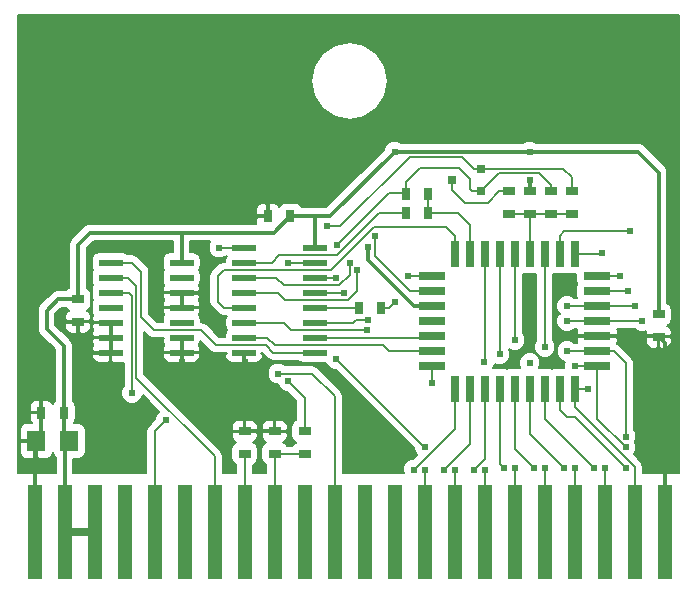
<source format=gtl>
G04 #@! TF.FileFunction,Copper,L1,Top,Signal*
%FSLAX46Y46*%
G04 Gerber Fmt 4.6, Leading zero omitted, Abs format (unit mm)*
G04 Created by KiCad (PCBNEW 4.0.7-e2-6376~58~ubuntu16.04.1) date Wed Mar 28 10:52:48 2018*
%MOMM*%
%LPD*%
G01*
G04 APERTURE LIST*
%ADD10C,0.203200*%
%ADD11R,1.000000X0.800000*%
%ADD12R,0.800000X1.000000*%
%ADD13R,0.800000X0.800000*%
%ADD14R,2.286000X0.762000*%
%ADD15R,0.762000X2.286000*%
%ADD16R,2.000000X0.500000*%
%ADD17R,1.600000X1.800000*%
%ADD18R,1.270000X8.001000*%
%ADD19C,0.609600*%
%ADD20C,0.304800*%
%ADD21C,0.635000*%
%ADD22C,0.177800*%
G04 APERTURE END LIST*
D10*
D11*
X137160000Y-132730200D03*
X137160000Y-134630200D03*
X134620000Y-132730200D03*
X134620000Y-134630200D03*
X139700000Y-134630200D03*
X139700000Y-132730200D03*
X156972000Y-112410200D03*
X156972000Y-114310200D03*
X158750000Y-114310200D03*
X158750000Y-112410200D03*
X162306000Y-114310200D03*
X162306000Y-112410200D03*
X160528000Y-114310200D03*
X160528000Y-112410200D03*
D12*
X150175000Y-114249200D03*
X148275000Y-114249200D03*
X150175000Y-112598200D03*
X148275000Y-112598200D03*
X117414000Y-131140200D03*
X119314000Y-131140200D03*
X136591000Y-114503200D03*
X138491000Y-114503200D03*
D11*
X169672000Y-124724200D03*
X169672000Y-122824200D03*
X120523000Y-123454200D03*
X120523000Y-121554200D03*
D13*
X154632000Y-112405200D03*
X154632000Y-110505200D03*
X152200000Y-111455200D03*
D14*
X150495000Y-123393200D03*
X150495000Y-124663200D03*
X150495000Y-125933200D03*
X150495000Y-127203200D03*
D15*
X152400000Y-129108200D03*
X153670000Y-129108200D03*
X154940000Y-129108200D03*
X156210000Y-129108200D03*
X157480000Y-129108200D03*
X158750000Y-129108200D03*
X160020000Y-129108200D03*
X161290000Y-129108200D03*
X162560000Y-129108200D03*
D14*
X164465000Y-127203200D03*
X164465000Y-125933200D03*
X164465000Y-124663200D03*
X164465000Y-123393200D03*
X164465000Y-122123200D03*
X164465000Y-120853200D03*
X164465000Y-119583200D03*
D15*
X162560000Y-117678200D03*
X161290000Y-117678200D03*
X160020000Y-117678200D03*
X158750000Y-117678200D03*
X157480000Y-117678200D03*
X156210000Y-117678200D03*
X154940000Y-117678200D03*
X153670000Y-117678200D03*
X152400000Y-117678200D03*
D14*
X150495000Y-119583200D03*
X150495000Y-120853200D03*
X150495000Y-122123200D03*
D16*
X134589000Y-117170200D03*
X134589000Y-118440200D03*
X134589000Y-119710200D03*
X134589000Y-120980200D03*
X134589000Y-122250200D03*
X134589000Y-123520200D03*
X134589000Y-124790200D03*
X134589000Y-126060200D03*
X140589000Y-126060200D03*
X140589000Y-124790200D03*
X140589000Y-123520200D03*
X140589000Y-122250200D03*
X140589000Y-120980200D03*
X140589000Y-119710200D03*
X140589000Y-118440200D03*
X140589000Y-117170200D03*
X123286000Y-118440200D03*
X123286000Y-119710200D03*
X123286000Y-120980200D03*
X123286000Y-122250200D03*
X123286000Y-123520200D03*
X123286000Y-124790200D03*
X123286000Y-126060200D03*
X129286000Y-126060200D03*
X129286000Y-124790200D03*
X129286000Y-123520200D03*
X129286000Y-122250200D03*
X129286000Y-120980200D03*
X129286000Y-119710200D03*
X129286000Y-118440200D03*
D17*
X119767000Y-133553200D03*
X116967000Y-133553200D03*
D18*
X116840000Y-141224000D03*
X119380000Y-141224000D03*
X121920000Y-141224000D03*
X124460000Y-141224000D03*
X127000000Y-141224000D03*
X129540000Y-141224000D03*
X132080000Y-141224000D03*
X134620000Y-141224000D03*
X137160000Y-141224000D03*
X139700000Y-141224000D03*
X142240000Y-141224000D03*
X144780000Y-141224000D03*
X147320000Y-141224000D03*
X149860000Y-141224000D03*
X152400000Y-141224000D03*
X154940000Y-141224000D03*
X157480000Y-141224000D03*
X160020000Y-141224000D03*
X162560000Y-141224000D03*
X165100000Y-141224000D03*
X167640000Y-141224000D03*
X170180000Y-141224000D03*
D12*
X146177000Y-122250200D03*
X144277000Y-122250200D03*
D19*
X158750000Y-126949200D03*
X117729000Y-135585200D03*
X115951000Y-135585200D03*
X118364000Y-129870200D03*
X117475000Y-129870200D03*
X120650000Y-129870200D03*
X118364000Y-128854200D03*
X117475000Y-128854200D03*
X120650000Y-128854200D03*
X118364000Y-127838200D03*
X117475000Y-127838200D03*
X120650000Y-127838200D03*
X115951000Y-129870200D03*
X115951000Y-128854200D03*
X115951000Y-127838200D03*
X116840000Y-135585200D03*
X170180000Y-133045200D03*
X170180000Y-134061200D03*
X135305800Y-114503200D03*
X170180000Y-135077200D03*
X118999000Y-123520200D03*
X130937000Y-120980200D03*
X134620000Y-126822200D03*
X129286000Y-126822200D03*
X135890000Y-132730200D03*
X145084800Y-117094000D03*
X147320000Y-109042200D03*
X158750000Y-109042200D03*
X158750000Y-111455200D03*
X145669000Y-116230400D03*
X127965200Y-131775200D03*
X142417800Y-116992400D03*
X137490200Y-127838200D03*
X142392400Y-126619000D03*
X149860000Y-134061200D03*
X142392400Y-119710200D03*
X164846000Y-117652800D03*
X149860000Y-135966200D03*
X152400000Y-135966200D03*
X166446200Y-119583200D03*
X167055800Y-120878600D03*
X154940000Y-135966200D03*
X143002000Y-120980200D03*
X161925000Y-122123200D03*
X167640000Y-122123200D03*
X157480000Y-135839200D03*
X145034000Y-123266200D03*
X161925000Y-123393200D03*
X168275000Y-123393200D03*
X160020000Y-135839200D03*
X161950400Y-125933200D03*
X145008600Y-124129800D03*
X166878000Y-133172200D03*
X162560000Y-135839200D03*
X144145000Y-119075200D03*
X162560000Y-127203200D03*
X166878000Y-134061200D03*
X165100000Y-135839200D03*
X143510000Y-118440200D03*
X163677600Y-129108200D03*
X132486400Y-117170200D03*
X125095000Y-129489200D03*
X150495000Y-128600200D03*
X157480000Y-125018800D03*
X160020000Y-125628400D03*
X156210000Y-126212600D03*
X154914600Y-126873000D03*
X148971000Y-135966200D03*
X151511000Y-135966200D03*
X154051000Y-135966200D03*
X156591000Y-135839200D03*
X159131000Y-135839200D03*
X161671000Y-135839200D03*
X164211000Y-135839200D03*
X166878000Y-135839200D03*
X167259000Y-115773200D03*
X141579600Y-115366800D03*
X138303000Y-128473200D03*
X138303000Y-118440200D03*
X148463000Y-119583200D03*
X147320000Y-121742200D03*
D20*
X116840000Y-135585200D02*
X115951000Y-135585200D01*
X117475000Y-129870200D02*
X115951000Y-129870200D01*
X117475000Y-128854200D02*
X115951000Y-128854200D01*
X117475000Y-127838200D02*
X115951000Y-127838200D01*
X117475000Y-127838200D02*
X117475000Y-128854200D01*
X117475000Y-128854200D02*
X117475000Y-129870200D01*
X117414000Y-129931200D02*
X117475000Y-129870200D01*
X117414000Y-129931200D02*
X117414000Y-131140200D01*
X136591000Y-114503200D02*
X135305800Y-114503200D01*
X170180000Y-141224000D02*
X170180000Y-135077200D01*
X170180000Y-135077200D02*
X170180000Y-134061200D01*
X170180000Y-134061200D02*
X170180000Y-133045200D01*
X170180000Y-133045200D02*
X170180000Y-125232200D01*
X170180000Y-125232200D02*
X169672000Y-124724200D01*
X164465000Y-124663200D02*
X169611000Y-124663200D01*
X169611000Y-124663200D02*
X169672000Y-124724200D01*
X120523000Y-123454200D02*
X119065000Y-123454200D01*
X119065000Y-123454200D02*
X118999000Y-123520200D01*
X123286000Y-126060200D02*
X120904000Y-126060200D01*
X120523000Y-125679200D02*
X120523000Y-123454200D01*
X120904000Y-126060200D02*
X120523000Y-125679200D01*
X129286000Y-120980200D02*
X130937000Y-120980200D01*
X129286000Y-120980200D02*
X129286000Y-122250200D01*
X134589000Y-126060200D02*
X134589000Y-126791200D01*
X134589000Y-126791200D02*
X134620000Y-126822200D01*
X129286000Y-126060200D02*
X129286000Y-126822200D01*
X129286000Y-124790200D02*
X129286000Y-126060200D01*
X137160000Y-132730200D02*
X135890000Y-132730200D01*
X135890000Y-132730200D02*
X134620000Y-132730200D01*
X123220000Y-123454200D02*
X123286000Y-123520200D01*
X123286000Y-123520200D02*
X123286000Y-126060200D01*
X117414000Y-131140200D02*
X117414000Y-133106200D01*
X117414000Y-133106200D02*
X116967000Y-133553200D01*
X116840000Y-141224000D02*
X116840000Y-135585200D01*
X116840000Y-135585200D02*
X116840000Y-133680200D01*
X116840000Y-133680200D02*
X116967000Y-133553200D01*
X150495000Y-122123200D02*
X148945600Y-122123200D01*
X145084800Y-118262400D02*
X145084800Y-117094000D01*
X148945600Y-122123200D02*
X145084800Y-118262400D01*
X169672000Y-122824200D02*
X169672000Y-110820200D01*
X167894000Y-109042200D02*
X165735000Y-109042200D01*
X169672000Y-110820200D02*
X167894000Y-109042200D01*
X158750000Y-112410200D02*
X158750000Y-111455200D01*
X140589000Y-117170200D02*
X140589000Y-114503200D01*
X138491000Y-114503200D02*
X140589000Y-114503200D01*
X140589000Y-114503200D02*
X141833600Y-114503200D01*
X141833600Y-114503200D02*
X141859000Y-114503200D01*
X141859000Y-114503200D02*
X147320000Y-109042200D01*
X147320000Y-109042200D02*
X148463000Y-109042200D01*
X148463000Y-109042200D02*
X158750000Y-109042200D01*
X137094000Y-115900200D02*
X138491000Y-114503200D01*
X129286000Y-118440200D02*
X129286000Y-115900200D01*
X158750000Y-109042200D02*
X165735000Y-109042200D01*
X138491000Y-114503200D02*
X138491000Y-114403200D01*
X120523000Y-121554200D02*
X120523000Y-116916200D01*
X121539000Y-115900200D02*
X129286000Y-115900200D01*
X129286000Y-115900200D02*
X137094000Y-115900200D01*
X120523000Y-116916200D02*
X121539000Y-115900200D01*
X119314000Y-131140200D02*
X119314000Y-125486200D01*
X118806000Y-121554200D02*
X120523000Y-121554200D01*
X117856000Y-122504200D02*
X118806000Y-121554200D01*
X117856000Y-124028200D02*
X117856000Y-122504200D01*
X119314000Y-125486200D02*
X117856000Y-124028200D01*
D21*
X121920000Y-141224000D02*
X119380000Y-141224000D01*
D20*
X119314000Y-131140200D02*
X119314000Y-133100200D01*
X119314000Y-133100200D02*
X119767000Y-133553200D01*
X119380000Y-141224000D02*
X119380000Y-133940200D01*
X119380000Y-133940200D02*
X119767000Y-133553200D01*
D22*
X150495000Y-120853200D02*
X148640800Y-120853200D01*
X148640800Y-120853200D02*
X145669000Y-117881400D01*
X145669000Y-117881400D02*
X145669000Y-116230400D01*
X127000000Y-132740400D02*
X127000000Y-141224000D01*
X127965200Y-131775200D02*
X127000000Y-132740400D01*
X132080000Y-141224000D02*
X132080000Y-134823200D01*
X124714000Y-119710200D02*
X123286000Y-119710200D01*
X125450602Y-120446802D02*
X124714000Y-119710200D01*
X125450602Y-128193802D02*
X125450602Y-120446802D01*
X132080000Y-134823200D02*
X125450602Y-128193802D01*
X139700000Y-134630200D02*
X137160000Y-134630200D01*
X137160000Y-141224000D02*
X137160000Y-134630200D01*
X142417800Y-116992400D02*
X145694400Y-113715800D01*
X146862800Y-112547400D02*
X148224200Y-112547400D01*
X146380200Y-113030000D02*
X146862800Y-112547400D01*
X145694400Y-113715800D02*
X146380200Y-113030000D01*
X148224200Y-112547400D02*
X148275000Y-112598200D01*
X148275000Y-112760800D02*
X148275000Y-112598200D01*
X142240000Y-129743200D02*
X142240000Y-141224000D01*
X140335000Y-127838200D02*
X142240000Y-129743200D01*
X137490200Y-127838200D02*
X140335000Y-127838200D01*
X160528000Y-112410200D02*
X160528000Y-111876802D01*
X155829000Y-111201200D02*
X155829000Y-111208200D01*
X156169398Y-110860802D02*
X155829000Y-111201200D01*
X159512000Y-110860802D02*
X156169398Y-110860802D01*
X160528000Y-111876802D02*
X159512000Y-110860802D01*
X148275000Y-112598200D02*
X148275000Y-111643200D01*
X152781000Y-110439200D02*
X153162000Y-110820200D01*
X149479000Y-110439200D02*
X152781000Y-110439200D01*
X148275000Y-111643200D02*
X149479000Y-110439200D01*
X154632000Y-112405200D02*
X153858000Y-112405200D01*
X153670000Y-111328200D02*
X153162000Y-110820200D01*
X153162000Y-110820200D02*
X153035000Y-110693200D01*
X153670000Y-112217200D02*
X153670000Y-111328200D01*
X153858000Y-112405200D02*
X153670000Y-112217200D01*
X154632000Y-112163200D02*
X154632000Y-112405200D01*
X154632000Y-112405200D02*
X154620000Y-112405200D01*
X155829000Y-111208200D02*
X154632000Y-112405200D01*
X149834600Y-134061200D02*
X149860000Y-134061200D01*
X149834600Y-134061200D02*
X142392400Y-126619000D01*
X140589000Y-119710200D02*
X142392400Y-119710200D01*
X149860000Y-141224000D02*
X149860000Y-135966200D01*
X164820600Y-117678200D02*
X162560000Y-117678200D01*
X164846000Y-117652800D02*
X164820600Y-117678200D01*
X152400000Y-141224000D02*
X152400000Y-135966200D01*
X166446200Y-119583200D02*
X164465000Y-119583200D01*
X167030400Y-120853200D02*
X164465000Y-120853200D01*
X167055800Y-120878600D02*
X167030400Y-120853200D01*
X154940000Y-141224000D02*
X154940000Y-135966200D01*
X143002000Y-120980200D02*
X140589000Y-120980200D01*
X164465000Y-122123200D02*
X161925000Y-122123200D01*
X167640000Y-122123200D02*
X164465000Y-122123200D01*
X157480000Y-141224000D02*
X157480000Y-135839200D01*
X145034000Y-123266200D02*
X144068800Y-123266200D01*
X143814800Y-123520200D02*
X142773400Y-123520200D01*
X144068800Y-123266200D02*
X143814800Y-123520200D01*
X164465000Y-123393200D02*
X161925000Y-123393200D01*
X140589000Y-123520200D02*
X142773400Y-123520200D01*
X166243000Y-123393200D02*
X168275000Y-123393200D01*
X160020000Y-141224000D02*
X160020000Y-135839200D01*
X166243000Y-123393200D02*
X164465000Y-123393200D01*
X164465000Y-125933200D02*
X161950400Y-125933200D01*
X144983200Y-124155200D02*
X143179800Y-124155200D01*
X145008600Y-124129800D02*
X144983200Y-124155200D01*
X134589000Y-123520200D02*
X137922000Y-123520200D01*
X137922000Y-123520200D02*
X138557000Y-124155200D01*
X138557000Y-124155200D02*
X143179800Y-124155200D01*
X162560000Y-141224000D02*
X162560000Y-135839200D01*
X165862000Y-125933200D02*
X164465000Y-125933200D01*
X166878000Y-126949200D02*
X165862000Y-125933200D01*
X166878000Y-133172200D02*
X166878000Y-126949200D01*
X143383000Y-121615200D02*
X144145000Y-120853200D01*
X144145000Y-120853200D02*
X144145000Y-119075200D01*
X142748000Y-121615200D02*
X143078200Y-121615200D01*
X138049000Y-121615200D02*
X142748000Y-121615200D01*
X142748000Y-121615200D02*
X143383000Y-121615200D01*
X164465000Y-127203200D02*
X162560000Y-127203200D01*
X134589000Y-120980200D02*
X137414000Y-120980200D01*
X137414000Y-120980200D02*
X138049000Y-121615200D01*
X165100000Y-141224000D02*
X165100000Y-135839200D01*
X164465000Y-131648200D02*
X164465000Y-127203200D01*
X166878000Y-134061200D02*
X164465000Y-131648200D01*
X143510000Y-119456200D02*
X143510000Y-118440200D01*
X142621000Y-120345200D02*
X143510000Y-119456200D01*
X141732000Y-120345200D02*
X142621000Y-120345200D01*
X162560000Y-129108200D02*
X163677600Y-129108200D01*
X137922000Y-120345200D02*
X141732000Y-120345200D01*
X137287000Y-119710200D02*
X137922000Y-120345200D01*
X134589000Y-119710200D02*
X137287000Y-119710200D01*
X162560000Y-129108200D02*
X162560000Y-130632200D01*
X167640000Y-135712200D02*
X167640000Y-141224000D01*
X162560000Y-130632200D02*
X167640000Y-135712200D01*
X134589000Y-117170200D02*
X132486400Y-117170200D01*
X124841000Y-120980200D02*
X123286000Y-120980200D01*
X125095000Y-121234200D02*
X124841000Y-120980200D01*
X125095000Y-123266200D02*
X125095000Y-121234200D01*
X125095000Y-129489200D02*
X125095000Y-123266200D01*
X150495000Y-128600200D02*
X150495000Y-127203200D01*
X157480000Y-125018800D02*
X157480000Y-117678200D01*
X160020000Y-125628400D02*
X160020000Y-117678200D01*
X156210000Y-126212600D02*
X156210000Y-124180600D01*
X156210000Y-124180600D02*
X156210000Y-117678200D01*
X154940000Y-124256800D02*
X154940000Y-126847600D01*
X154940000Y-126847600D02*
X154914600Y-126873000D01*
X154940000Y-124256800D02*
X154940000Y-117678200D01*
X152400000Y-132537200D02*
X152400000Y-129108200D01*
X148971000Y-135966200D02*
X152400000Y-132537200D01*
X153670000Y-133807200D02*
X153670000Y-129108200D01*
X151511000Y-135966200D02*
X153670000Y-133807200D01*
X154940000Y-135077200D02*
X154940000Y-129108200D01*
X154051000Y-135966200D02*
X154940000Y-135077200D01*
X156210000Y-135458200D02*
X156210000Y-129108200D01*
X156591000Y-135839200D02*
X156210000Y-135458200D01*
X157480000Y-134188200D02*
X157480000Y-129108200D01*
X159131000Y-135839200D02*
X157480000Y-134188200D01*
X158750000Y-129108200D02*
X158750000Y-132918200D01*
X158750000Y-132918200D02*
X161671000Y-135839200D01*
X160020000Y-131648200D02*
X160020000Y-129108200D01*
X164211000Y-135839200D02*
X160020000Y-131648200D01*
X166878000Y-135839200D02*
X162560000Y-131521200D01*
X161290000Y-130886200D02*
X161290000Y-130378200D01*
X161925000Y-131521200D02*
X161290000Y-130886200D01*
X162560000Y-131521200D02*
X161925000Y-131521200D01*
X161290000Y-129108200D02*
X161290000Y-130378200D01*
X161290000Y-117678200D02*
X161290000Y-116154200D01*
X161671000Y-115773200D02*
X167259000Y-115773200D01*
X161290000Y-116154200D02*
X161671000Y-115773200D01*
X134620000Y-141224000D02*
X134620000Y-134630200D01*
X141579600Y-115366800D02*
X142722600Y-115366800D01*
X142722600Y-115366800D02*
X148615400Y-109474000D01*
X148615400Y-109474000D02*
X153023000Y-109474000D01*
X153023000Y-109474000D02*
X154054200Y-110505200D01*
X154054200Y-110505200D02*
X154632000Y-110505200D01*
X154632000Y-110505200D02*
X161610000Y-110505200D01*
X162306000Y-111201200D02*
X162306000Y-112410200D01*
X161610000Y-110505200D02*
X162306000Y-111201200D01*
X150175000Y-112598200D02*
X150175000Y-114249200D01*
X153670000Y-117678200D02*
X153670000Y-115265200D01*
X152654000Y-114249200D02*
X150175000Y-114249200D01*
X153670000Y-115265200D02*
X152654000Y-114249200D01*
X148275000Y-114249200D02*
X146024600Y-114249200D01*
X142468600Y-117805200D02*
X141681200Y-117805200D01*
X146024600Y-114249200D02*
X142468600Y-117805200D01*
X134589000Y-118440200D02*
X136906000Y-118440200D01*
X137541000Y-117805200D02*
X141681200Y-117805200D01*
X136906000Y-118440200D02*
X137541000Y-117805200D01*
X162306000Y-114310200D02*
X160528000Y-114310200D01*
X160528000Y-114310200D02*
X158750000Y-114310200D01*
X158750000Y-117678200D02*
X158750000Y-114310200D01*
X158750000Y-114310200D02*
X156972000Y-114310200D01*
X139700000Y-132730200D02*
X139700000Y-129870200D01*
X139700000Y-129870200D02*
X138303000Y-128473200D01*
X140589000Y-118440200D02*
X138303000Y-118440200D01*
X139639000Y-132730200D02*
X139700000Y-132730200D01*
X152400000Y-117678200D02*
X152400000Y-116154200D01*
X141935200Y-119075200D02*
X140665200Y-119075200D01*
X145592800Y-115417600D02*
X141935200Y-119075200D01*
X151663400Y-115417600D02*
X145592800Y-115417600D01*
X152400000Y-116154200D02*
X151663400Y-115417600D01*
X132842000Y-122250200D02*
X134589000Y-122250200D01*
X132334000Y-121742200D02*
X132842000Y-122250200D01*
X132334000Y-119583200D02*
X132334000Y-121742200D01*
X132842000Y-119075200D02*
X132334000Y-119583200D01*
X140665200Y-119075200D02*
X132842000Y-119075200D01*
X134589000Y-124790200D02*
X136525000Y-124790200D01*
X146812000Y-125933200D02*
X150495000Y-125933200D01*
X146304000Y-125425200D02*
X146812000Y-125933200D01*
X137160000Y-125425200D02*
X146304000Y-125425200D01*
X136525000Y-124790200D02*
X137160000Y-125425200D01*
X140589000Y-124790200D02*
X150368000Y-124790200D01*
X150368000Y-124790200D02*
X150495000Y-124663200D01*
X156972000Y-112410200D02*
X156144000Y-112410200D01*
X152200000Y-112271200D02*
X152200000Y-111455200D01*
X153289000Y-113360200D02*
X152200000Y-112271200D01*
X155194000Y-113360200D02*
X153289000Y-113360200D01*
X156144000Y-112410200D02*
X155194000Y-113360200D01*
X140589000Y-126060200D02*
X137033000Y-126060200D01*
X125095000Y-118440200D02*
X123286000Y-118440200D01*
X125857000Y-119202200D02*
X125095000Y-118440200D01*
X125857000Y-123062996D02*
X125857000Y-119202200D01*
X126949204Y-124155200D02*
X125857000Y-123062996D01*
X130937000Y-124155200D02*
X126949204Y-124155200D01*
X132207000Y-125425200D02*
X130937000Y-124155200D01*
X136398000Y-125425200D02*
X132207000Y-125425200D01*
X137033000Y-126060200D02*
X136398000Y-125425200D01*
X148463000Y-119583200D02*
X150495000Y-119583200D01*
X146177000Y-122250200D02*
X146812000Y-122250200D01*
X146812000Y-122250200D02*
X147320000Y-121742200D01*
X140589000Y-122250200D02*
X144277000Y-122250200D01*
G36*
X171361100Y-136258300D02*
X168325800Y-136258300D01*
X168325800Y-135712200D01*
X168298859Y-135576756D01*
X168273597Y-135449755D01*
X168124934Y-135227266D01*
X167556068Y-134658400D01*
X167641978Y-134572639D01*
X167779543Y-134241346D01*
X167779856Y-133882628D01*
X167669876Y-133616454D01*
X167779543Y-133352346D01*
X167779856Y-132993628D01*
X167642870Y-132662095D01*
X167563800Y-132582887D01*
X167563800Y-126949200D01*
X167550323Y-126881445D01*
X167511597Y-126686755D01*
X167362934Y-126464266D01*
X166346934Y-125448266D01*
X166175480Y-125333704D01*
X166174972Y-125331002D01*
X166150826Y-125293478D01*
X166204900Y-125162931D01*
X166204900Y-124936925D01*
X168575100Y-124936925D01*
X168575100Y-125242931D01*
X168665973Y-125462317D01*
X168833883Y-125630228D01*
X169053269Y-125721100D01*
X169459275Y-125721100D01*
X169608500Y-125571875D01*
X169608500Y-124787700D01*
X169735500Y-124787700D01*
X169735500Y-125571875D01*
X169884725Y-125721100D01*
X170290731Y-125721100D01*
X170510117Y-125630228D01*
X170678027Y-125462317D01*
X170768900Y-125242931D01*
X170768900Y-124936925D01*
X170619675Y-124787700D01*
X169735500Y-124787700D01*
X169608500Y-124787700D01*
X168724325Y-124787700D01*
X168575100Y-124936925D01*
X166204900Y-124936925D01*
X166204900Y-124875925D01*
X166055675Y-124726700D01*
X164528500Y-124726700D01*
X164528500Y-124746700D01*
X164401500Y-124746700D01*
X164401500Y-124726700D01*
X162874325Y-124726700D01*
X162725100Y-124875925D01*
X162725100Y-125162931D01*
X162760088Y-125247400D01*
X162539881Y-125247400D01*
X162461839Y-125169222D01*
X162130546Y-125031657D01*
X161771828Y-125031344D01*
X161440295Y-125168330D01*
X161186422Y-125421761D01*
X161048857Y-125753054D01*
X161048544Y-126111772D01*
X161185530Y-126443305D01*
X161438961Y-126697178D01*
X161741592Y-126822842D01*
X161658457Y-127023054D01*
X161658166Y-127356607D01*
X160909000Y-127356607D01*
X160687802Y-127398228D01*
X160657270Y-127417875D01*
X160637777Y-127404556D01*
X160401000Y-127356607D01*
X159639000Y-127356607D01*
X159550241Y-127373308D01*
X159651543Y-127129346D01*
X159651856Y-126770628D01*
X159514870Y-126439095D01*
X159261439Y-126185222D01*
X158930146Y-126047657D01*
X158571428Y-126047344D01*
X158239895Y-126184330D01*
X157986022Y-126437761D01*
X157848457Y-126769054D01*
X157848144Y-127127772D01*
X157950156Y-127374662D01*
X157861000Y-127356607D01*
X157099000Y-127356607D01*
X156877802Y-127398228D01*
X156847270Y-127417875D01*
X156827777Y-127404556D01*
X156591000Y-127356607D01*
X155829000Y-127356607D01*
X155677996Y-127385020D01*
X155678578Y-127384439D01*
X155816143Y-127053146D01*
X155816167Y-127025412D01*
X156029854Y-127114143D01*
X156388572Y-127114456D01*
X156720105Y-126977470D01*
X156973978Y-126724039D01*
X157111543Y-126392746D01*
X157111856Y-126034028D01*
X157016219Y-125802567D01*
X157299854Y-125920343D01*
X157658572Y-125920656D01*
X157990105Y-125783670D01*
X158243978Y-125530239D01*
X158381543Y-125198946D01*
X158381856Y-124840228D01*
X158244870Y-124508695D01*
X158165800Y-124429487D01*
X158165800Y-119388644D01*
X158369000Y-119429793D01*
X159131000Y-119429793D01*
X159334200Y-119391559D01*
X159334200Y-125038919D01*
X159256022Y-125116961D01*
X159118457Y-125448254D01*
X159118144Y-125806972D01*
X159255130Y-126138505D01*
X159508561Y-126392378D01*
X159839854Y-126529943D01*
X160198572Y-126530256D01*
X160530105Y-126393270D01*
X160783978Y-126139839D01*
X160921543Y-125808546D01*
X160921856Y-125449828D01*
X160784870Y-125118295D01*
X160705800Y-125039087D01*
X160705800Y-119388644D01*
X160909000Y-119429793D01*
X161671000Y-119429793D01*
X161892198Y-119388172D01*
X161922730Y-119368525D01*
X161942223Y-119381844D01*
X162179000Y-119429793D01*
X162713407Y-119429793D01*
X162713407Y-119964200D01*
X162755028Y-120185398D01*
X162774675Y-120215930D01*
X162761356Y-120235423D01*
X162713407Y-120472200D01*
X162713407Y-121234200D01*
X162751641Y-121437400D01*
X162514481Y-121437400D01*
X162436439Y-121359222D01*
X162105146Y-121221657D01*
X161746428Y-121221344D01*
X161414895Y-121358330D01*
X161161022Y-121611761D01*
X161023457Y-121943054D01*
X161023144Y-122301772D01*
X161160130Y-122633305D01*
X161284803Y-122758195D01*
X161161022Y-122881761D01*
X161023457Y-123213054D01*
X161023144Y-123571772D01*
X161160130Y-123903305D01*
X161413561Y-124157178D01*
X161744854Y-124294743D01*
X162103572Y-124295056D01*
X162435105Y-124158070D01*
X162514313Y-124079000D01*
X162760088Y-124079000D01*
X162725100Y-124163469D01*
X162725100Y-124450475D01*
X162874325Y-124599700D01*
X164401500Y-124599700D01*
X164401500Y-124579700D01*
X164528500Y-124579700D01*
X164528500Y-124599700D01*
X166055675Y-124599700D01*
X166204900Y-124450475D01*
X166204900Y-124163469D01*
X166169912Y-124079000D01*
X167685519Y-124079000D01*
X167763561Y-124157178D01*
X168094854Y-124294743D01*
X168453572Y-124295056D01*
X168575100Y-124244842D01*
X168575100Y-124511475D01*
X168724325Y-124660700D01*
X169608500Y-124660700D01*
X169608500Y-124640700D01*
X169735500Y-124640700D01*
X169735500Y-124660700D01*
X170619675Y-124660700D01*
X170768900Y-124511475D01*
X170768900Y-124205469D01*
X170678027Y-123986083D01*
X170510117Y-123818172D01*
X170413458Y-123778135D01*
X170596354Y-123660444D01*
X170732644Y-123460977D01*
X170780593Y-123224200D01*
X170780593Y-122424200D01*
X170738972Y-122203002D01*
X170608244Y-121999846D01*
X170421300Y-121872113D01*
X170421300Y-110820200D01*
X170364263Y-110533455D01*
X170201835Y-110290365D01*
X168423835Y-108512365D01*
X168180745Y-108349937D01*
X167894000Y-108292900D01*
X159276091Y-108292900D01*
X159261439Y-108278222D01*
X158930146Y-108140657D01*
X158571428Y-108140344D01*
X158239895Y-108277330D01*
X158224298Y-108292900D01*
X147846091Y-108292900D01*
X147831439Y-108278222D01*
X147500146Y-108140657D01*
X147141428Y-108140344D01*
X146809895Y-108277330D01*
X146556022Y-108530761D01*
X146418457Y-108862054D01*
X146418438Y-108884092D01*
X141548630Y-113753900D01*
X139439889Y-113753900D01*
X139327244Y-113578846D01*
X139127777Y-113442556D01*
X138891000Y-113394607D01*
X138091000Y-113394607D01*
X137869802Y-113436228D01*
X137666646Y-113566956D01*
X137535740Y-113758543D01*
X137497028Y-113665083D01*
X137329117Y-113497173D01*
X137109731Y-113406300D01*
X136803725Y-113406300D01*
X136654500Y-113555525D01*
X136654500Y-114439700D01*
X136674500Y-114439700D01*
X136674500Y-114566700D01*
X136654500Y-114566700D01*
X136654500Y-114586700D01*
X136527500Y-114586700D01*
X136527500Y-114566700D01*
X135743325Y-114566700D01*
X135594100Y-114715925D01*
X135594100Y-115121931D01*
X135606099Y-115150900D01*
X121539000Y-115150900D01*
X121252255Y-115207937D01*
X121009165Y-115370365D01*
X119993165Y-116386365D01*
X119830737Y-116629455D01*
X119773700Y-116916200D01*
X119773700Y-120605311D01*
X119598646Y-120717956D01*
X119539240Y-120804900D01*
X118806000Y-120804900D01*
X118519255Y-120861937D01*
X118340163Y-120981603D01*
X118276165Y-121024365D01*
X117326165Y-121974365D01*
X117163737Y-122217455D01*
X117106700Y-122504200D01*
X117106700Y-124028200D01*
X117163737Y-124314945D01*
X117326165Y-124558035D01*
X118564700Y-125796570D01*
X118564700Y-130155660D01*
X118489646Y-130203956D01*
X118358740Y-130395543D01*
X118320028Y-130302083D01*
X118152117Y-130134173D01*
X117932731Y-130043300D01*
X117626725Y-130043300D01*
X117477500Y-130192525D01*
X117477500Y-131076700D01*
X117497500Y-131076700D01*
X117497500Y-131203700D01*
X117477500Y-131203700D01*
X117477500Y-131223700D01*
X117350500Y-131223700D01*
X117350500Y-131203700D01*
X116566325Y-131203700D01*
X116417100Y-131352925D01*
X116417100Y-131758931D01*
X116507972Y-131978317D01*
X116585955Y-132056300D01*
X116048269Y-132056300D01*
X115828883Y-132147173D01*
X115660972Y-132315083D01*
X115570100Y-132534469D01*
X115570100Y-133340475D01*
X115719325Y-133489700D01*
X116903500Y-133489700D01*
X116903500Y-133469700D01*
X117030500Y-133469700D01*
X117030500Y-133489700D01*
X117050500Y-133489700D01*
X117050500Y-133616700D01*
X117030500Y-133616700D01*
X117030500Y-134900875D01*
X117179725Y-135050100D01*
X117885731Y-135050100D01*
X118105117Y-134959227D01*
X118273028Y-134791317D01*
X118363900Y-134571931D01*
X118363900Y-134482393D01*
X118400028Y-134674398D01*
X118530756Y-134877554D01*
X118630700Y-134945843D01*
X118630700Y-136258300D01*
X115404900Y-136258300D01*
X115404900Y-133765925D01*
X115570100Y-133765925D01*
X115570100Y-134571931D01*
X115660972Y-134791317D01*
X115828883Y-134959227D01*
X116048269Y-135050100D01*
X116754275Y-135050100D01*
X116903500Y-134900875D01*
X116903500Y-133616700D01*
X115719325Y-133616700D01*
X115570100Y-133765925D01*
X115404900Y-133765925D01*
X115404900Y-130521469D01*
X116417100Y-130521469D01*
X116417100Y-130927475D01*
X116566325Y-131076700D01*
X117350500Y-131076700D01*
X117350500Y-130192525D01*
X117201275Y-130043300D01*
X116895269Y-130043300D01*
X116675883Y-130134173D01*
X116507972Y-130302083D01*
X116417100Y-130521469D01*
X115404900Y-130521469D01*
X115404900Y-113884469D01*
X135594100Y-113884469D01*
X135594100Y-114290475D01*
X135743325Y-114439700D01*
X136527500Y-114439700D01*
X136527500Y-113555525D01*
X136378275Y-113406300D01*
X136072269Y-113406300D01*
X135852883Y-113497173D01*
X135684972Y-113665083D01*
X135594100Y-113884469D01*
X115404900Y-113884469D01*
X115404900Y-103073200D01*
X140246100Y-103073200D01*
X140494550Y-104322240D01*
X141202074Y-105381126D01*
X142260960Y-106088650D01*
X143510000Y-106337100D01*
X144759040Y-106088650D01*
X145817926Y-105381126D01*
X146525450Y-104322240D01*
X146773900Y-103073200D01*
X146525450Y-101824160D01*
X145817926Y-100765274D01*
X144759040Y-100057750D01*
X143510000Y-99809300D01*
X142260960Y-100057750D01*
X141202074Y-100765274D01*
X140494550Y-101824160D01*
X140246100Y-103073200D01*
X115404900Y-103073200D01*
X115404900Y-97497900D01*
X171361100Y-97497900D01*
X171361100Y-136258300D01*
X171361100Y-136258300D01*
G37*
X171361100Y-136258300D02*
X168325800Y-136258300D01*
X168325800Y-135712200D01*
X168298859Y-135576756D01*
X168273597Y-135449755D01*
X168124934Y-135227266D01*
X167556068Y-134658400D01*
X167641978Y-134572639D01*
X167779543Y-134241346D01*
X167779856Y-133882628D01*
X167669876Y-133616454D01*
X167779543Y-133352346D01*
X167779856Y-132993628D01*
X167642870Y-132662095D01*
X167563800Y-132582887D01*
X167563800Y-126949200D01*
X167550323Y-126881445D01*
X167511597Y-126686755D01*
X167362934Y-126464266D01*
X166346934Y-125448266D01*
X166175480Y-125333704D01*
X166174972Y-125331002D01*
X166150826Y-125293478D01*
X166204900Y-125162931D01*
X166204900Y-124936925D01*
X168575100Y-124936925D01*
X168575100Y-125242931D01*
X168665973Y-125462317D01*
X168833883Y-125630228D01*
X169053269Y-125721100D01*
X169459275Y-125721100D01*
X169608500Y-125571875D01*
X169608500Y-124787700D01*
X169735500Y-124787700D01*
X169735500Y-125571875D01*
X169884725Y-125721100D01*
X170290731Y-125721100D01*
X170510117Y-125630228D01*
X170678027Y-125462317D01*
X170768900Y-125242931D01*
X170768900Y-124936925D01*
X170619675Y-124787700D01*
X169735500Y-124787700D01*
X169608500Y-124787700D01*
X168724325Y-124787700D01*
X168575100Y-124936925D01*
X166204900Y-124936925D01*
X166204900Y-124875925D01*
X166055675Y-124726700D01*
X164528500Y-124726700D01*
X164528500Y-124746700D01*
X164401500Y-124746700D01*
X164401500Y-124726700D01*
X162874325Y-124726700D01*
X162725100Y-124875925D01*
X162725100Y-125162931D01*
X162760088Y-125247400D01*
X162539881Y-125247400D01*
X162461839Y-125169222D01*
X162130546Y-125031657D01*
X161771828Y-125031344D01*
X161440295Y-125168330D01*
X161186422Y-125421761D01*
X161048857Y-125753054D01*
X161048544Y-126111772D01*
X161185530Y-126443305D01*
X161438961Y-126697178D01*
X161741592Y-126822842D01*
X161658457Y-127023054D01*
X161658166Y-127356607D01*
X160909000Y-127356607D01*
X160687802Y-127398228D01*
X160657270Y-127417875D01*
X160637777Y-127404556D01*
X160401000Y-127356607D01*
X159639000Y-127356607D01*
X159550241Y-127373308D01*
X159651543Y-127129346D01*
X159651856Y-126770628D01*
X159514870Y-126439095D01*
X159261439Y-126185222D01*
X158930146Y-126047657D01*
X158571428Y-126047344D01*
X158239895Y-126184330D01*
X157986022Y-126437761D01*
X157848457Y-126769054D01*
X157848144Y-127127772D01*
X157950156Y-127374662D01*
X157861000Y-127356607D01*
X157099000Y-127356607D01*
X156877802Y-127398228D01*
X156847270Y-127417875D01*
X156827777Y-127404556D01*
X156591000Y-127356607D01*
X155829000Y-127356607D01*
X155677996Y-127385020D01*
X155678578Y-127384439D01*
X155816143Y-127053146D01*
X155816167Y-127025412D01*
X156029854Y-127114143D01*
X156388572Y-127114456D01*
X156720105Y-126977470D01*
X156973978Y-126724039D01*
X157111543Y-126392746D01*
X157111856Y-126034028D01*
X157016219Y-125802567D01*
X157299854Y-125920343D01*
X157658572Y-125920656D01*
X157990105Y-125783670D01*
X158243978Y-125530239D01*
X158381543Y-125198946D01*
X158381856Y-124840228D01*
X158244870Y-124508695D01*
X158165800Y-124429487D01*
X158165800Y-119388644D01*
X158369000Y-119429793D01*
X159131000Y-119429793D01*
X159334200Y-119391559D01*
X159334200Y-125038919D01*
X159256022Y-125116961D01*
X159118457Y-125448254D01*
X159118144Y-125806972D01*
X159255130Y-126138505D01*
X159508561Y-126392378D01*
X159839854Y-126529943D01*
X160198572Y-126530256D01*
X160530105Y-126393270D01*
X160783978Y-126139839D01*
X160921543Y-125808546D01*
X160921856Y-125449828D01*
X160784870Y-125118295D01*
X160705800Y-125039087D01*
X160705800Y-119388644D01*
X160909000Y-119429793D01*
X161671000Y-119429793D01*
X161892198Y-119388172D01*
X161922730Y-119368525D01*
X161942223Y-119381844D01*
X162179000Y-119429793D01*
X162713407Y-119429793D01*
X162713407Y-119964200D01*
X162755028Y-120185398D01*
X162774675Y-120215930D01*
X162761356Y-120235423D01*
X162713407Y-120472200D01*
X162713407Y-121234200D01*
X162751641Y-121437400D01*
X162514481Y-121437400D01*
X162436439Y-121359222D01*
X162105146Y-121221657D01*
X161746428Y-121221344D01*
X161414895Y-121358330D01*
X161161022Y-121611761D01*
X161023457Y-121943054D01*
X161023144Y-122301772D01*
X161160130Y-122633305D01*
X161284803Y-122758195D01*
X161161022Y-122881761D01*
X161023457Y-123213054D01*
X161023144Y-123571772D01*
X161160130Y-123903305D01*
X161413561Y-124157178D01*
X161744854Y-124294743D01*
X162103572Y-124295056D01*
X162435105Y-124158070D01*
X162514313Y-124079000D01*
X162760088Y-124079000D01*
X162725100Y-124163469D01*
X162725100Y-124450475D01*
X162874325Y-124599700D01*
X164401500Y-124599700D01*
X164401500Y-124579700D01*
X164528500Y-124579700D01*
X164528500Y-124599700D01*
X166055675Y-124599700D01*
X166204900Y-124450475D01*
X166204900Y-124163469D01*
X166169912Y-124079000D01*
X167685519Y-124079000D01*
X167763561Y-124157178D01*
X168094854Y-124294743D01*
X168453572Y-124295056D01*
X168575100Y-124244842D01*
X168575100Y-124511475D01*
X168724325Y-124660700D01*
X169608500Y-124660700D01*
X169608500Y-124640700D01*
X169735500Y-124640700D01*
X169735500Y-124660700D01*
X170619675Y-124660700D01*
X170768900Y-124511475D01*
X170768900Y-124205469D01*
X170678027Y-123986083D01*
X170510117Y-123818172D01*
X170413458Y-123778135D01*
X170596354Y-123660444D01*
X170732644Y-123460977D01*
X170780593Y-123224200D01*
X170780593Y-122424200D01*
X170738972Y-122203002D01*
X170608244Y-121999846D01*
X170421300Y-121872113D01*
X170421300Y-110820200D01*
X170364263Y-110533455D01*
X170201835Y-110290365D01*
X168423835Y-108512365D01*
X168180745Y-108349937D01*
X167894000Y-108292900D01*
X159276091Y-108292900D01*
X159261439Y-108278222D01*
X158930146Y-108140657D01*
X158571428Y-108140344D01*
X158239895Y-108277330D01*
X158224298Y-108292900D01*
X147846091Y-108292900D01*
X147831439Y-108278222D01*
X147500146Y-108140657D01*
X147141428Y-108140344D01*
X146809895Y-108277330D01*
X146556022Y-108530761D01*
X146418457Y-108862054D01*
X146418438Y-108884092D01*
X141548630Y-113753900D01*
X139439889Y-113753900D01*
X139327244Y-113578846D01*
X139127777Y-113442556D01*
X138891000Y-113394607D01*
X138091000Y-113394607D01*
X137869802Y-113436228D01*
X137666646Y-113566956D01*
X137535740Y-113758543D01*
X137497028Y-113665083D01*
X137329117Y-113497173D01*
X137109731Y-113406300D01*
X136803725Y-113406300D01*
X136654500Y-113555525D01*
X136654500Y-114439700D01*
X136674500Y-114439700D01*
X136674500Y-114566700D01*
X136654500Y-114566700D01*
X136654500Y-114586700D01*
X136527500Y-114586700D01*
X136527500Y-114566700D01*
X135743325Y-114566700D01*
X135594100Y-114715925D01*
X135594100Y-115121931D01*
X135606099Y-115150900D01*
X121539000Y-115150900D01*
X121252255Y-115207937D01*
X121009165Y-115370365D01*
X119993165Y-116386365D01*
X119830737Y-116629455D01*
X119773700Y-116916200D01*
X119773700Y-120605311D01*
X119598646Y-120717956D01*
X119539240Y-120804900D01*
X118806000Y-120804900D01*
X118519255Y-120861937D01*
X118340163Y-120981603D01*
X118276165Y-121024365D01*
X117326165Y-121974365D01*
X117163737Y-122217455D01*
X117106700Y-122504200D01*
X117106700Y-124028200D01*
X117163737Y-124314945D01*
X117326165Y-124558035D01*
X118564700Y-125796570D01*
X118564700Y-130155660D01*
X118489646Y-130203956D01*
X118358740Y-130395543D01*
X118320028Y-130302083D01*
X118152117Y-130134173D01*
X117932731Y-130043300D01*
X117626725Y-130043300D01*
X117477500Y-130192525D01*
X117477500Y-131076700D01*
X117497500Y-131076700D01*
X117497500Y-131203700D01*
X117477500Y-131203700D01*
X117477500Y-131223700D01*
X117350500Y-131223700D01*
X117350500Y-131203700D01*
X116566325Y-131203700D01*
X116417100Y-131352925D01*
X116417100Y-131758931D01*
X116507972Y-131978317D01*
X116585955Y-132056300D01*
X116048269Y-132056300D01*
X115828883Y-132147173D01*
X115660972Y-132315083D01*
X115570100Y-132534469D01*
X115570100Y-133340475D01*
X115719325Y-133489700D01*
X116903500Y-133489700D01*
X116903500Y-133469700D01*
X117030500Y-133469700D01*
X117030500Y-133489700D01*
X117050500Y-133489700D01*
X117050500Y-133616700D01*
X117030500Y-133616700D01*
X117030500Y-134900875D01*
X117179725Y-135050100D01*
X117885731Y-135050100D01*
X118105117Y-134959227D01*
X118273028Y-134791317D01*
X118363900Y-134571931D01*
X118363900Y-134482393D01*
X118400028Y-134674398D01*
X118530756Y-134877554D01*
X118630700Y-134945843D01*
X118630700Y-136258300D01*
X115404900Y-136258300D01*
X115404900Y-133765925D01*
X115570100Y-133765925D01*
X115570100Y-134571931D01*
X115660972Y-134791317D01*
X115828883Y-134959227D01*
X116048269Y-135050100D01*
X116754275Y-135050100D01*
X116903500Y-134900875D01*
X116903500Y-133616700D01*
X115719325Y-133616700D01*
X115570100Y-133765925D01*
X115404900Y-133765925D01*
X115404900Y-130521469D01*
X116417100Y-130521469D01*
X116417100Y-130927475D01*
X116566325Y-131076700D01*
X117350500Y-131076700D01*
X117350500Y-130192525D01*
X117201275Y-130043300D01*
X116895269Y-130043300D01*
X116675883Y-130134173D01*
X116507972Y-130302083D01*
X116417100Y-130521469D01*
X115404900Y-130521469D01*
X115404900Y-113884469D01*
X135594100Y-113884469D01*
X135594100Y-114290475D01*
X135743325Y-114439700D01*
X136527500Y-114439700D01*
X136527500Y-113555525D01*
X136378275Y-113406300D01*
X136072269Y-113406300D01*
X135852883Y-113497173D01*
X135684972Y-113665083D01*
X135594100Y-113884469D01*
X115404900Y-113884469D01*
X115404900Y-103073200D01*
X140246100Y-103073200D01*
X140494550Y-104322240D01*
X141202074Y-105381126D01*
X142260960Y-106088650D01*
X143510000Y-106337100D01*
X144759040Y-106088650D01*
X145817926Y-105381126D01*
X146525450Y-104322240D01*
X146773900Y-103073200D01*
X146525450Y-101824160D01*
X145817926Y-100765274D01*
X144759040Y-100057750D01*
X143510000Y-99809300D01*
X142260960Y-100057750D01*
X141202074Y-100765274D01*
X140494550Y-101824160D01*
X140246100Y-103073200D01*
X115404900Y-103073200D01*
X115404900Y-97497900D01*
X171361100Y-97497900D01*
X171361100Y-136258300D01*
G36*
X126464270Y-124640134D02*
X126686759Y-124788797D01*
X126949204Y-124841000D01*
X127689100Y-124841000D01*
X127689100Y-124853702D01*
X127838323Y-124853702D01*
X127689100Y-125002925D01*
X127689100Y-125158931D01*
X127779972Y-125378317D01*
X127826855Y-125425200D01*
X127779972Y-125472083D01*
X127689100Y-125691469D01*
X127689100Y-125847475D01*
X127838325Y-125996700D01*
X129222500Y-125996700D01*
X129222500Y-124853700D01*
X129202500Y-124853700D01*
X129202500Y-124841000D01*
X129369500Y-124841000D01*
X129369500Y-124853700D01*
X129349500Y-124853700D01*
X129349500Y-125996700D01*
X130733675Y-125996700D01*
X130882900Y-125847475D01*
X130882900Y-125691469D01*
X130792028Y-125472083D01*
X130745145Y-125425200D01*
X130792028Y-125378317D01*
X130882900Y-125158931D01*
X130882900Y-125070968D01*
X131722066Y-125910134D01*
X131944555Y-126058797D01*
X132207000Y-126111000D01*
X132992100Y-126111000D01*
X132992100Y-126123702D01*
X133141323Y-126123702D01*
X132992100Y-126272925D01*
X132992100Y-126428931D01*
X133082972Y-126648317D01*
X133250883Y-126816227D01*
X133470269Y-126907100D01*
X134376275Y-126907100D01*
X134525500Y-126757875D01*
X134525500Y-126123700D01*
X134505500Y-126123700D01*
X134505500Y-126111000D01*
X134672500Y-126111000D01*
X134672500Y-126123700D01*
X134652500Y-126123700D01*
X134652500Y-126757875D01*
X134801725Y-126907100D01*
X135707731Y-126907100D01*
X135927117Y-126816227D01*
X136095028Y-126648317D01*
X136185900Y-126428931D01*
X136185900Y-126272925D01*
X136036677Y-126123702D01*
X136126634Y-126123702D01*
X136548066Y-126545134D01*
X136770555Y-126693797D01*
X137033000Y-126746001D01*
X137033005Y-126746000D01*
X139169508Y-126746000D01*
X139352223Y-126870844D01*
X139589000Y-126918793D01*
X141540631Y-126918793D01*
X141627530Y-127129105D01*
X141880961Y-127382978D01*
X142212254Y-127520543D01*
X142324173Y-127520641D01*
X148958218Y-134154686D01*
X148958144Y-134239772D01*
X149095130Y-134571305D01*
X149245447Y-134721885D01*
X148902892Y-135064440D01*
X148792428Y-135064344D01*
X148460895Y-135201330D01*
X148207022Y-135454761D01*
X148069457Y-135786054D01*
X148069144Y-136144772D01*
X148116053Y-136258300D01*
X142925800Y-136258300D01*
X142925800Y-129743200D01*
X142898859Y-129607756D01*
X142873597Y-129480755D01*
X142724934Y-129258266D01*
X140819934Y-127353266D01*
X140597445Y-127204603D01*
X140335000Y-127152400D01*
X138079681Y-127152400D01*
X138001639Y-127074222D01*
X137670346Y-126936657D01*
X137311628Y-126936344D01*
X136980095Y-127073330D01*
X136726222Y-127326761D01*
X136588657Y-127658054D01*
X136588344Y-128016772D01*
X136725330Y-128348305D01*
X136978761Y-128602178D01*
X137310054Y-128739743D01*
X137437539Y-128739854D01*
X137538130Y-128983305D01*
X137791561Y-129237178D01*
X138122854Y-129374743D01*
X138234773Y-129374841D01*
X139014200Y-130154268D01*
X139014200Y-131756567D01*
X138978802Y-131763228D01*
X138775646Y-131893956D01*
X138639356Y-132093423D01*
X138591407Y-132330200D01*
X138591407Y-133130200D01*
X138633028Y-133351398D01*
X138763756Y-133554554D01*
X138949964Y-133681785D01*
X138775646Y-133793956D01*
X138672852Y-133944400D01*
X138185402Y-133944400D01*
X138096244Y-133805846D01*
X137904657Y-133674940D01*
X137998117Y-133636228D01*
X138166027Y-133468317D01*
X138256900Y-133248931D01*
X138256900Y-132942925D01*
X138107675Y-132793700D01*
X137223500Y-132793700D01*
X137223500Y-132813700D01*
X137096500Y-132813700D01*
X137096500Y-132793700D01*
X136212325Y-132793700D01*
X136063100Y-132942925D01*
X136063100Y-133248931D01*
X136153973Y-133468317D01*
X136321883Y-133636228D01*
X136418542Y-133676265D01*
X136235646Y-133793956D01*
X136099356Y-133993423D01*
X136051407Y-134230200D01*
X136051407Y-135030200D01*
X136093028Y-135251398D01*
X136223756Y-135454554D01*
X136423223Y-135590844D01*
X136474200Y-135601167D01*
X136474200Y-136258300D01*
X135305800Y-136258300D01*
X135305800Y-135603833D01*
X135341198Y-135597172D01*
X135544354Y-135466444D01*
X135680644Y-135266977D01*
X135728593Y-135030200D01*
X135728593Y-134230200D01*
X135686972Y-134009002D01*
X135556244Y-133805846D01*
X135364657Y-133674940D01*
X135458117Y-133636228D01*
X135626027Y-133468317D01*
X135716900Y-133248931D01*
X135716900Y-132942925D01*
X135567675Y-132793700D01*
X134683500Y-132793700D01*
X134683500Y-132813700D01*
X134556500Y-132813700D01*
X134556500Y-132793700D01*
X133672325Y-132793700D01*
X133523100Y-132942925D01*
X133523100Y-133248931D01*
X133613973Y-133468317D01*
X133781883Y-133636228D01*
X133878542Y-133676265D01*
X133695646Y-133793956D01*
X133559356Y-133993423D01*
X133511407Y-134230200D01*
X133511407Y-135030200D01*
X133553028Y-135251398D01*
X133683756Y-135454554D01*
X133883223Y-135590844D01*
X133934200Y-135601167D01*
X133934200Y-136258300D01*
X132765800Y-136258300D01*
X132765800Y-134823205D01*
X132765801Y-134823200D01*
X132713597Y-134560756D01*
X132564934Y-134338266D01*
X130438137Y-132211469D01*
X133523100Y-132211469D01*
X133523100Y-132517475D01*
X133672325Y-132666700D01*
X134556500Y-132666700D01*
X134556500Y-131882525D01*
X134683500Y-131882525D01*
X134683500Y-132666700D01*
X135567675Y-132666700D01*
X135716900Y-132517475D01*
X135716900Y-132211469D01*
X136063100Y-132211469D01*
X136063100Y-132517475D01*
X136212325Y-132666700D01*
X137096500Y-132666700D01*
X137096500Y-131882525D01*
X137223500Y-131882525D01*
X137223500Y-132666700D01*
X138107675Y-132666700D01*
X138256900Y-132517475D01*
X138256900Y-132211469D01*
X138166027Y-131992083D01*
X137998117Y-131824172D01*
X137778731Y-131733300D01*
X137372725Y-131733300D01*
X137223500Y-131882525D01*
X137096500Y-131882525D01*
X136947275Y-131733300D01*
X136541269Y-131733300D01*
X136321883Y-131824172D01*
X136153973Y-131992083D01*
X136063100Y-132211469D01*
X135716900Y-132211469D01*
X135626027Y-131992083D01*
X135458117Y-131824172D01*
X135238731Y-131733300D01*
X134832725Y-131733300D01*
X134683500Y-131882525D01*
X134556500Y-131882525D01*
X134407275Y-131733300D01*
X134001269Y-131733300D01*
X133781883Y-131824172D01*
X133613973Y-131992083D01*
X133523100Y-132211469D01*
X130438137Y-132211469D01*
X126136402Y-127909734D01*
X126136402Y-126272925D01*
X127689100Y-126272925D01*
X127689100Y-126428931D01*
X127779972Y-126648317D01*
X127947883Y-126816227D01*
X128167269Y-126907100D01*
X129073275Y-126907100D01*
X129222500Y-126757875D01*
X129222500Y-126123700D01*
X129349500Y-126123700D01*
X129349500Y-126757875D01*
X129498725Y-126907100D01*
X130404731Y-126907100D01*
X130624117Y-126816227D01*
X130792028Y-126648317D01*
X130882900Y-126428931D01*
X130882900Y-126272925D01*
X130733675Y-126123700D01*
X129349500Y-126123700D01*
X129222500Y-126123700D01*
X127838325Y-126123700D01*
X127689100Y-126272925D01*
X126136402Y-126272925D01*
X126136402Y-124312266D01*
X126464270Y-124640134D01*
X126464270Y-124640134D01*
G37*
X126464270Y-124640134D02*
X126686759Y-124788797D01*
X126949204Y-124841000D01*
X127689100Y-124841000D01*
X127689100Y-124853702D01*
X127838323Y-124853702D01*
X127689100Y-125002925D01*
X127689100Y-125158931D01*
X127779972Y-125378317D01*
X127826855Y-125425200D01*
X127779972Y-125472083D01*
X127689100Y-125691469D01*
X127689100Y-125847475D01*
X127838325Y-125996700D01*
X129222500Y-125996700D01*
X129222500Y-124853700D01*
X129202500Y-124853700D01*
X129202500Y-124841000D01*
X129369500Y-124841000D01*
X129369500Y-124853700D01*
X129349500Y-124853700D01*
X129349500Y-125996700D01*
X130733675Y-125996700D01*
X130882900Y-125847475D01*
X130882900Y-125691469D01*
X130792028Y-125472083D01*
X130745145Y-125425200D01*
X130792028Y-125378317D01*
X130882900Y-125158931D01*
X130882900Y-125070968D01*
X131722066Y-125910134D01*
X131944555Y-126058797D01*
X132207000Y-126111000D01*
X132992100Y-126111000D01*
X132992100Y-126123702D01*
X133141323Y-126123702D01*
X132992100Y-126272925D01*
X132992100Y-126428931D01*
X133082972Y-126648317D01*
X133250883Y-126816227D01*
X133470269Y-126907100D01*
X134376275Y-126907100D01*
X134525500Y-126757875D01*
X134525500Y-126123700D01*
X134505500Y-126123700D01*
X134505500Y-126111000D01*
X134672500Y-126111000D01*
X134672500Y-126123700D01*
X134652500Y-126123700D01*
X134652500Y-126757875D01*
X134801725Y-126907100D01*
X135707731Y-126907100D01*
X135927117Y-126816227D01*
X136095028Y-126648317D01*
X136185900Y-126428931D01*
X136185900Y-126272925D01*
X136036677Y-126123702D01*
X136126634Y-126123702D01*
X136548066Y-126545134D01*
X136770555Y-126693797D01*
X137033000Y-126746001D01*
X137033005Y-126746000D01*
X139169508Y-126746000D01*
X139352223Y-126870844D01*
X139589000Y-126918793D01*
X141540631Y-126918793D01*
X141627530Y-127129105D01*
X141880961Y-127382978D01*
X142212254Y-127520543D01*
X142324173Y-127520641D01*
X148958218Y-134154686D01*
X148958144Y-134239772D01*
X149095130Y-134571305D01*
X149245447Y-134721885D01*
X148902892Y-135064440D01*
X148792428Y-135064344D01*
X148460895Y-135201330D01*
X148207022Y-135454761D01*
X148069457Y-135786054D01*
X148069144Y-136144772D01*
X148116053Y-136258300D01*
X142925800Y-136258300D01*
X142925800Y-129743200D01*
X142898859Y-129607756D01*
X142873597Y-129480755D01*
X142724934Y-129258266D01*
X140819934Y-127353266D01*
X140597445Y-127204603D01*
X140335000Y-127152400D01*
X138079681Y-127152400D01*
X138001639Y-127074222D01*
X137670346Y-126936657D01*
X137311628Y-126936344D01*
X136980095Y-127073330D01*
X136726222Y-127326761D01*
X136588657Y-127658054D01*
X136588344Y-128016772D01*
X136725330Y-128348305D01*
X136978761Y-128602178D01*
X137310054Y-128739743D01*
X137437539Y-128739854D01*
X137538130Y-128983305D01*
X137791561Y-129237178D01*
X138122854Y-129374743D01*
X138234773Y-129374841D01*
X139014200Y-130154268D01*
X139014200Y-131756567D01*
X138978802Y-131763228D01*
X138775646Y-131893956D01*
X138639356Y-132093423D01*
X138591407Y-132330200D01*
X138591407Y-133130200D01*
X138633028Y-133351398D01*
X138763756Y-133554554D01*
X138949964Y-133681785D01*
X138775646Y-133793956D01*
X138672852Y-133944400D01*
X138185402Y-133944400D01*
X138096244Y-133805846D01*
X137904657Y-133674940D01*
X137998117Y-133636228D01*
X138166027Y-133468317D01*
X138256900Y-133248931D01*
X138256900Y-132942925D01*
X138107675Y-132793700D01*
X137223500Y-132793700D01*
X137223500Y-132813700D01*
X137096500Y-132813700D01*
X137096500Y-132793700D01*
X136212325Y-132793700D01*
X136063100Y-132942925D01*
X136063100Y-133248931D01*
X136153973Y-133468317D01*
X136321883Y-133636228D01*
X136418542Y-133676265D01*
X136235646Y-133793956D01*
X136099356Y-133993423D01*
X136051407Y-134230200D01*
X136051407Y-135030200D01*
X136093028Y-135251398D01*
X136223756Y-135454554D01*
X136423223Y-135590844D01*
X136474200Y-135601167D01*
X136474200Y-136258300D01*
X135305800Y-136258300D01*
X135305800Y-135603833D01*
X135341198Y-135597172D01*
X135544354Y-135466444D01*
X135680644Y-135266977D01*
X135728593Y-135030200D01*
X135728593Y-134230200D01*
X135686972Y-134009002D01*
X135556244Y-133805846D01*
X135364657Y-133674940D01*
X135458117Y-133636228D01*
X135626027Y-133468317D01*
X135716900Y-133248931D01*
X135716900Y-132942925D01*
X135567675Y-132793700D01*
X134683500Y-132793700D01*
X134683500Y-132813700D01*
X134556500Y-132813700D01*
X134556500Y-132793700D01*
X133672325Y-132793700D01*
X133523100Y-132942925D01*
X133523100Y-133248931D01*
X133613973Y-133468317D01*
X133781883Y-133636228D01*
X133878542Y-133676265D01*
X133695646Y-133793956D01*
X133559356Y-133993423D01*
X133511407Y-134230200D01*
X133511407Y-135030200D01*
X133553028Y-135251398D01*
X133683756Y-135454554D01*
X133883223Y-135590844D01*
X133934200Y-135601167D01*
X133934200Y-136258300D01*
X132765800Y-136258300D01*
X132765800Y-134823205D01*
X132765801Y-134823200D01*
X132713597Y-134560756D01*
X132564934Y-134338266D01*
X130438137Y-132211469D01*
X133523100Y-132211469D01*
X133523100Y-132517475D01*
X133672325Y-132666700D01*
X134556500Y-132666700D01*
X134556500Y-131882525D01*
X134683500Y-131882525D01*
X134683500Y-132666700D01*
X135567675Y-132666700D01*
X135716900Y-132517475D01*
X135716900Y-132211469D01*
X136063100Y-132211469D01*
X136063100Y-132517475D01*
X136212325Y-132666700D01*
X137096500Y-132666700D01*
X137096500Y-131882525D01*
X137223500Y-131882525D01*
X137223500Y-132666700D01*
X138107675Y-132666700D01*
X138256900Y-132517475D01*
X138256900Y-132211469D01*
X138166027Y-131992083D01*
X137998117Y-131824172D01*
X137778731Y-131733300D01*
X137372725Y-131733300D01*
X137223500Y-131882525D01*
X137096500Y-131882525D01*
X136947275Y-131733300D01*
X136541269Y-131733300D01*
X136321883Y-131824172D01*
X136153973Y-131992083D01*
X136063100Y-132211469D01*
X135716900Y-132211469D01*
X135626027Y-131992083D01*
X135458117Y-131824172D01*
X135238731Y-131733300D01*
X134832725Y-131733300D01*
X134683500Y-131882525D01*
X134556500Y-131882525D01*
X134407275Y-131733300D01*
X134001269Y-131733300D01*
X133781883Y-131824172D01*
X133613973Y-131992083D01*
X133523100Y-132211469D01*
X130438137Y-132211469D01*
X126136402Y-127909734D01*
X126136402Y-126272925D01*
X127689100Y-126272925D01*
X127689100Y-126428931D01*
X127779972Y-126648317D01*
X127947883Y-126816227D01*
X128167269Y-126907100D01*
X129073275Y-126907100D01*
X129222500Y-126757875D01*
X129222500Y-126123700D01*
X129349500Y-126123700D01*
X129349500Y-126757875D01*
X129498725Y-126907100D01*
X130404731Y-126907100D01*
X130624117Y-126816227D01*
X130792028Y-126648317D01*
X130882900Y-126428931D01*
X130882900Y-126272925D01*
X130733675Y-126123700D01*
X129349500Y-126123700D01*
X129222500Y-126123700D01*
X127838325Y-126123700D01*
X127689100Y-126272925D01*
X126136402Y-126272925D01*
X126136402Y-124312266D01*
X126464270Y-124640134D01*
G36*
X128536700Y-117581607D02*
X128286000Y-117581607D01*
X128064802Y-117623228D01*
X127861646Y-117753956D01*
X127725356Y-117953423D01*
X127677407Y-118190200D01*
X127677407Y-118690200D01*
X127719028Y-118911398D01*
X127825499Y-119076858D01*
X127725356Y-119223423D01*
X127677407Y-119460200D01*
X127677407Y-119960200D01*
X127719028Y-120181398D01*
X127825381Y-120346674D01*
X127779972Y-120392083D01*
X127689100Y-120611469D01*
X127689100Y-120767475D01*
X127838325Y-120916700D01*
X129222500Y-120916700D01*
X129222500Y-120896700D01*
X129349500Y-120896700D01*
X129349500Y-120916700D01*
X130733675Y-120916700D01*
X130882900Y-120767475D01*
X130882900Y-120611469D01*
X130792028Y-120392083D01*
X130745277Y-120345332D01*
X130846644Y-120196977D01*
X130894593Y-119960200D01*
X130894593Y-119460200D01*
X130852972Y-119239002D01*
X130746501Y-119073542D01*
X130846644Y-118926977D01*
X130894593Y-118690200D01*
X130894593Y-118190200D01*
X130852972Y-117969002D01*
X130722244Y-117765846D01*
X130522777Y-117629556D01*
X130286000Y-117581607D01*
X130035300Y-117581607D01*
X130035300Y-116649500D01*
X131731699Y-116649500D01*
X131722422Y-116658761D01*
X131584857Y-116990054D01*
X131584544Y-117348772D01*
X131721530Y-117680305D01*
X131974961Y-117934178D01*
X132306254Y-118071743D01*
X132664972Y-118072056D01*
X132996505Y-117935070D01*
X133075713Y-117856000D01*
X133094922Y-117856000D01*
X133028356Y-117953423D01*
X132980407Y-118190200D01*
X132980407Y-118389400D01*
X132842000Y-118389400D01*
X132579556Y-118441603D01*
X132357066Y-118590266D01*
X132357064Y-118590269D01*
X131849066Y-119098266D01*
X131700403Y-119320755D01*
X131675141Y-119447756D01*
X131648200Y-119583200D01*
X131648200Y-121742200D01*
X131700403Y-122004645D01*
X131849066Y-122227134D01*
X132357064Y-122735131D01*
X132357066Y-122735134D01*
X132579556Y-122883797D01*
X132842000Y-122936000D01*
X133094922Y-122936000D01*
X133028356Y-123033423D01*
X132980407Y-123270200D01*
X132980407Y-123770200D01*
X133022028Y-123991398D01*
X133128499Y-124156858D01*
X133028356Y-124303423D01*
X132980407Y-124540200D01*
X132980407Y-124739400D01*
X132491068Y-124739400D01*
X131421934Y-123670266D01*
X131199445Y-123521603D01*
X130937000Y-123469400D01*
X130894593Y-123469400D01*
X130894593Y-123270200D01*
X130852972Y-123049002D01*
X130746619Y-122883726D01*
X130792028Y-122838317D01*
X130882900Y-122618931D01*
X130882900Y-122462925D01*
X130733675Y-122313700D01*
X129349500Y-122313700D01*
X129349500Y-122333700D01*
X129222500Y-122333700D01*
X129222500Y-122313700D01*
X127838325Y-122313700D01*
X127689100Y-122462925D01*
X127689100Y-122618931D01*
X127779972Y-122838317D01*
X127826723Y-122885068D01*
X127725356Y-123033423D01*
X127677407Y-123270200D01*
X127677407Y-123469400D01*
X127233272Y-123469400D01*
X126542800Y-122778928D01*
X126542800Y-121192925D01*
X127689100Y-121192925D01*
X127689100Y-121348931D01*
X127779972Y-121568317D01*
X127826855Y-121615200D01*
X127779972Y-121662083D01*
X127689100Y-121881469D01*
X127689100Y-122037475D01*
X127838325Y-122186700D01*
X129222500Y-122186700D01*
X129222500Y-121043700D01*
X129349500Y-121043700D01*
X129349500Y-122186700D01*
X130733675Y-122186700D01*
X130882900Y-122037475D01*
X130882900Y-121881469D01*
X130792028Y-121662083D01*
X130745145Y-121615200D01*
X130792028Y-121568317D01*
X130882900Y-121348931D01*
X130882900Y-121192925D01*
X130733675Y-121043700D01*
X129349500Y-121043700D01*
X129222500Y-121043700D01*
X127838325Y-121043700D01*
X127689100Y-121192925D01*
X126542800Y-121192925D01*
X126542800Y-119202200D01*
X126516854Y-119071761D01*
X126490597Y-118939755D01*
X126341934Y-118717266D01*
X125579934Y-117955266D01*
X125357445Y-117806603D01*
X125095000Y-117754400D01*
X124705492Y-117754400D01*
X124522777Y-117629556D01*
X124286000Y-117581607D01*
X122286000Y-117581607D01*
X122064802Y-117623228D01*
X121861646Y-117753956D01*
X121725356Y-117953423D01*
X121677407Y-118190200D01*
X121677407Y-118690200D01*
X121719028Y-118911398D01*
X121825499Y-119076858D01*
X121725356Y-119223423D01*
X121677407Y-119460200D01*
X121677407Y-119960200D01*
X121719028Y-120181398D01*
X121825499Y-120346858D01*
X121725356Y-120493423D01*
X121677407Y-120730200D01*
X121677407Y-121230200D01*
X121719028Y-121451398D01*
X121825499Y-121616858D01*
X121725356Y-121763423D01*
X121677407Y-122000200D01*
X121677407Y-122500200D01*
X121719028Y-122721398D01*
X121825381Y-122886674D01*
X121779972Y-122932083D01*
X121689100Y-123151469D01*
X121689100Y-123307475D01*
X121838325Y-123456700D01*
X123222500Y-123456700D01*
X123222500Y-123436700D01*
X123349500Y-123436700D01*
X123349500Y-123456700D01*
X123369500Y-123456700D01*
X123369500Y-123583700D01*
X123349500Y-123583700D01*
X123349500Y-124726700D01*
X123369500Y-124726700D01*
X123369500Y-124853700D01*
X123349500Y-124853700D01*
X123349500Y-125996700D01*
X123369500Y-125996700D01*
X123369500Y-126123700D01*
X123349500Y-126123700D01*
X123349500Y-126757875D01*
X123498725Y-126907100D01*
X124404731Y-126907100D01*
X124409200Y-126905249D01*
X124409200Y-128899719D01*
X124331022Y-128977761D01*
X124193457Y-129309054D01*
X124193144Y-129667772D01*
X124330130Y-129999305D01*
X124583561Y-130253178D01*
X124914854Y-130390743D01*
X125273572Y-130391056D01*
X125605105Y-130254070D01*
X125858978Y-130000639D01*
X125984729Y-129697797D01*
X127376110Y-131089178D01*
X127201222Y-131263761D01*
X127063657Y-131595054D01*
X127063559Y-131706973D01*
X126515066Y-132255466D01*
X126366403Y-132477955D01*
X126366403Y-132477956D01*
X126314200Y-132740400D01*
X126314200Y-136258300D01*
X120129300Y-136258300D01*
X120129300Y-135061793D01*
X120567000Y-135061793D01*
X120788198Y-135020172D01*
X120991354Y-134889444D01*
X121127644Y-134689977D01*
X121175593Y-134453200D01*
X121175593Y-132653200D01*
X121133972Y-132432002D01*
X121003244Y-132228846D01*
X120803777Y-132092556D01*
X120567000Y-132044607D01*
X120160107Y-132044607D01*
X120274644Y-131876977D01*
X120322593Y-131640200D01*
X120322593Y-130640200D01*
X120280972Y-130419002D01*
X120150244Y-130215846D01*
X120063300Y-130156440D01*
X120063300Y-126272925D01*
X121689100Y-126272925D01*
X121689100Y-126428931D01*
X121779972Y-126648317D01*
X121947883Y-126816227D01*
X122167269Y-126907100D01*
X123073275Y-126907100D01*
X123222500Y-126757875D01*
X123222500Y-126123700D01*
X121838325Y-126123700D01*
X121689100Y-126272925D01*
X120063300Y-126272925D01*
X120063300Y-125486200D01*
X120006263Y-125199455D01*
X119874946Y-125002925D01*
X121689100Y-125002925D01*
X121689100Y-125158931D01*
X121779972Y-125378317D01*
X121826855Y-125425200D01*
X121779972Y-125472083D01*
X121689100Y-125691469D01*
X121689100Y-125847475D01*
X121838325Y-125996700D01*
X123222500Y-125996700D01*
X123222500Y-124853700D01*
X121838325Y-124853700D01*
X121689100Y-125002925D01*
X119874946Y-125002925D01*
X119843835Y-124956365D01*
X118605300Y-123717830D01*
X118605300Y-123666925D01*
X119426100Y-123666925D01*
X119426100Y-123972931D01*
X119516973Y-124192317D01*
X119684883Y-124360228D01*
X119904269Y-124451100D01*
X120310275Y-124451100D01*
X120459500Y-124301875D01*
X120459500Y-123517700D01*
X120586500Y-123517700D01*
X120586500Y-124301875D01*
X120735725Y-124451100D01*
X121141731Y-124451100D01*
X121361117Y-124360228D01*
X121529027Y-124192317D01*
X121619900Y-123972931D01*
X121619900Y-123732925D01*
X121689100Y-123732925D01*
X121689100Y-123888931D01*
X121779972Y-124108317D01*
X121826855Y-124155200D01*
X121779972Y-124202083D01*
X121689100Y-124421469D01*
X121689100Y-124577475D01*
X121838325Y-124726700D01*
X123222500Y-124726700D01*
X123222500Y-123583700D01*
X121838325Y-123583700D01*
X121689100Y-123732925D01*
X121619900Y-123732925D01*
X121619900Y-123666925D01*
X121470675Y-123517700D01*
X120586500Y-123517700D01*
X120459500Y-123517700D01*
X119575325Y-123517700D01*
X119426100Y-123666925D01*
X118605300Y-123666925D01*
X118605300Y-122814570D01*
X119116370Y-122303500D01*
X119538460Y-122303500D01*
X119586756Y-122378554D01*
X119778343Y-122509460D01*
X119684883Y-122548172D01*
X119516973Y-122716083D01*
X119426100Y-122935469D01*
X119426100Y-123241475D01*
X119575325Y-123390700D01*
X120459500Y-123390700D01*
X120459500Y-123370700D01*
X120586500Y-123370700D01*
X120586500Y-123390700D01*
X121470675Y-123390700D01*
X121619900Y-123241475D01*
X121619900Y-122935469D01*
X121529027Y-122716083D01*
X121361117Y-122548172D01*
X121264458Y-122508135D01*
X121447354Y-122390444D01*
X121583644Y-122190977D01*
X121631593Y-121954200D01*
X121631593Y-121154200D01*
X121589972Y-120933002D01*
X121459244Y-120729846D01*
X121272300Y-120602113D01*
X121272300Y-117226570D01*
X121849370Y-116649500D01*
X128536700Y-116649500D01*
X128536700Y-117581607D01*
X128536700Y-117581607D01*
G37*
X128536700Y-117581607D02*
X128286000Y-117581607D01*
X128064802Y-117623228D01*
X127861646Y-117753956D01*
X127725356Y-117953423D01*
X127677407Y-118190200D01*
X127677407Y-118690200D01*
X127719028Y-118911398D01*
X127825499Y-119076858D01*
X127725356Y-119223423D01*
X127677407Y-119460200D01*
X127677407Y-119960200D01*
X127719028Y-120181398D01*
X127825381Y-120346674D01*
X127779972Y-120392083D01*
X127689100Y-120611469D01*
X127689100Y-120767475D01*
X127838325Y-120916700D01*
X129222500Y-120916700D01*
X129222500Y-120896700D01*
X129349500Y-120896700D01*
X129349500Y-120916700D01*
X130733675Y-120916700D01*
X130882900Y-120767475D01*
X130882900Y-120611469D01*
X130792028Y-120392083D01*
X130745277Y-120345332D01*
X130846644Y-120196977D01*
X130894593Y-119960200D01*
X130894593Y-119460200D01*
X130852972Y-119239002D01*
X130746501Y-119073542D01*
X130846644Y-118926977D01*
X130894593Y-118690200D01*
X130894593Y-118190200D01*
X130852972Y-117969002D01*
X130722244Y-117765846D01*
X130522777Y-117629556D01*
X130286000Y-117581607D01*
X130035300Y-117581607D01*
X130035300Y-116649500D01*
X131731699Y-116649500D01*
X131722422Y-116658761D01*
X131584857Y-116990054D01*
X131584544Y-117348772D01*
X131721530Y-117680305D01*
X131974961Y-117934178D01*
X132306254Y-118071743D01*
X132664972Y-118072056D01*
X132996505Y-117935070D01*
X133075713Y-117856000D01*
X133094922Y-117856000D01*
X133028356Y-117953423D01*
X132980407Y-118190200D01*
X132980407Y-118389400D01*
X132842000Y-118389400D01*
X132579556Y-118441603D01*
X132357066Y-118590266D01*
X132357064Y-118590269D01*
X131849066Y-119098266D01*
X131700403Y-119320755D01*
X131675141Y-119447756D01*
X131648200Y-119583200D01*
X131648200Y-121742200D01*
X131700403Y-122004645D01*
X131849066Y-122227134D01*
X132357064Y-122735131D01*
X132357066Y-122735134D01*
X132579556Y-122883797D01*
X132842000Y-122936000D01*
X133094922Y-122936000D01*
X133028356Y-123033423D01*
X132980407Y-123270200D01*
X132980407Y-123770200D01*
X133022028Y-123991398D01*
X133128499Y-124156858D01*
X133028356Y-124303423D01*
X132980407Y-124540200D01*
X132980407Y-124739400D01*
X132491068Y-124739400D01*
X131421934Y-123670266D01*
X131199445Y-123521603D01*
X130937000Y-123469400D01*
X130894593Y-123469400D01*
X130894593Y-123270200D01*
X130852972Y-123049002D01*
X130746619Y-122883726D01*
X130792028Y-122838317D01*
X130882900Y-122618931D01*
X130882900Y-122462925D01*
X130733675Y-122313700D01*
X129349500Y-122313700D01*
X129349500Y-122333700D01*
X129222500Y-122333700D01*
X129222500Y-122313700D01*
X127838325Y-122313700D01*
X127689100Y-122462925D01*
X127689100Y-122618931D01*
X127779972Y-122838317D01*
X127826723Y-122885068D01*
X127725356Y-123033423D01*
X127677407Y-123270200D01*
X127677407Y-123469400D01*
X127233272Y-123469400D01*
X126542800Y-122778928D01*
X126542800Y-121192925D01*
X127689100Y-121192925D01*
X127689100Y-121348931D01*
X127779972Y-121568317D01*
X127826855Y-121615200D01*
X127779972Y-121662083D01*
X127689100Y-121881469D01*
X127689100Y-122037475D01*
X127838325Y-122186700D01*
X129222500Y-122186700D01*
X129222500Y-121043700D01*
X129349500Y-121043700D01*
X129349500Y-122186700D01*
X130733675Y-122186700D01*
X130882900Y-122037475D01*
X130882900Y-121881469D01*
X130792028Y-121662083D01*
X130745145Y-121615200D01*
X130792028Y-121568317D01*
X130882900Y-121348931D01*
X130882900Y-121192925D01*
X130733675Y-121043700D01*
X129349500Y-121043700D01*
X129222500Y-121043700D01*
X127838325Y-121043700D01*
X127689100Y-121192925D01*
X126542800Y-121192925D01*
X126542800Y-119202200D01*
X126516854Y-119071761D01*
X126490597Y-118939755D01*
X126341934Y-118717266D01*
X125579934Y-117955266D01*
X125357445Y-117806603D01*
X125095000Y-117754400D01*
X124705492Y-117754400D01*
X124522777Y-117629556D01*
X124286000Y-117581607D01*
X122286000Y-117581607D01*
X122064802Y-117623228D01*
X121861646Y-117753956D01*
X121725356Y-117953423D01*
X121677407Y-118190200D01*
X121677407Y-118690200D01*
X121719028Y-118911398D01*
X121825499Y-119076858D01*
X121725356Y-119223423D01*
X121677407Y-119460200D01*
X121677407Y-119960200D01*
X121719028Y-120181398D01*
X121825499Y-120346858D01*
X121725356Y-120493423D01*
X121677407Y-120730200D01*
X121677407Y-121230200D01*
X121719028Y-121451398D01*
X121825499Y-121616858D01*
X121725356Y-121763423D01*
X121677407Y-122000200D01*
X121677407Y-122500200D01*
X121719028Y-122721398D01*
X121825381Y-122886674D01*
X121779972Y-122932083D01*
X121689100Y-123151469D01*
X121689100Y-123307475D01*
X121838325Y-123456700D01*
X123222500Y-123456700D01*
X123222500Y-123436700D01*
X123349500Y-123436700D01*
X123349500Y-123456700D01*
X123369500Y-123456700D01*
X123369500Y-123583700D01*
X123349500Y-123583700D01*
X123349500Y-124726700D01*
X123369500Y-124726700D01*
X123369500Y-124853700D01*
X123349500Y-124853700D01*
X123349500Y-125996700D01*
X123369500Y-125996700D01*
X123369500Y-126123700D01*
X123349500Y-126123700D01*
X123349500Y-126757875D01*
X123498725Y-126907100D01*
X124404731Y-126907100D01*
X124409200Y-126905249D01*
X124409200Y-128899719D01*
X124331022Y-128977761D01*
X124193457Y-129309054D01*
X124193144Y-129667772D01*
X124330130Y-129999305D01*
X124583561Y-130253178D01*
X124914854Y-130390743D01*
X125273572Y-130391056D01*
X125605105Y-130254070D01*
X125858978Y-130000639D01*
X125984729Y-129697797D01*
X127376110Y-131089178D01*
X127201222Y-131263761D01*
X127063657Y-131595054D01*
X127063559Y-131706973D01*
X126515066Y-132255466D01*
X126366403Y-132477955D01*
X126366403Y-132477956D01*
X126314200Y-132740400D01*
X126314200Y-136258300D01*
X120129300Y-136258300D01*
X120129300Y-135061793D01*
X120567000Y-135061793D01*
X120788198Y-135020172D01*
X120991354Y-134889444D01*
X121127644Y-134689977D01*
X121175593Y-134453200D01*
X121175593Y-132653200D01*
X121133972Y-132432002D01*
X121003244Y-132228846D01*
X120803777Y-132092556D01*
X120567000Y-132044607D01*
X120160107Y-132044607D01*
X120274644Y-131876977D01*
X120322593Y-131640200D01*
X120322593Y-130640200D01*
X120280972Y-130419002D01*
X120150244Y-130215846D01*
X120063300Y-130156440D01*
X120063300Y-126272925D01*
X121689100Y-126272925D01*
X121689100Y-126428931D01*
X121779972Y-126648317D01*
X121947883Y-126816227D01*
X122167269Y-126907100D01*
X123073275Y-126907100D01*
X123222500Y-126757875D01*
X123222500Y-126123700D01*
X121838325Y-126123700D01*
X121689100Y-126272925D01*
X120063300Y-126272925D01*
X120063300Y-125486200D01*
X120006263Y-125199455D01*
X119874946Y-125002925D01*
X121689100Y-125002925D01*
X121689100Y-125158931D01*
X121779972Y-125378317D01*
X121826855Y-125425200D01*
X121779972Y-125472083D01*
X121689100Y-125691469D01*
X121689100Y-125847475D01*
X121838325Y-125996700D01*
X123222500Y-125996700D01*
X123222500Y-124853700D01*
X121838325Y-124853700D01*
X121689100Y-125002925D01*
X119874946Y-125002925D01*
X119843835Y-124956365D01*
X118605300Y-123717830D01*
X118605300Y-123666925D01*
X119426100Y-123666925D01*
X119426100Y-123972931D01*
X119516973Y-124192317D01*
X119684883Y-124360228D01*
X119904269Y-124451100D01*
X120310275Y-124451100D01*
X120459500Y-124301875D01*
X120459500Y-123517700D01*
X120586500Y-123517700D01*
X120586500Y-124301875D01*
X120735725Y-124451100D01*
X121141731Y-124451100D01*
X121361117Y-124360228D01*
X121529027Y-124192317D01*
X121619900Y-123972931D01*
X121619900Y-123732925D01*
X121689100Y-123732925D01*
X121689100Y-123888931D01*
X121779972Y-124108317D01*
X121826855Y-124155200D01*
X121779972Y-124202083D01*
X121689100Y-124421469D01*
X121689100Y-124577475D01*
X121838325Y-124726700D01*
X123222500Y-124726700D01*
X123222500Y-123583700D01*
X121838325Y-123583700D01*
X121689100Y-123732925D01*
X121619900Y-123732925D01*
X121619900Y-123666925D01*
X121470675Y-123517700D01*
X120586500Y-123517700D01*
X120459500Y-123517700D01*
X119575325Y-123517700D01*
X119426100Y-123666925D01*
X118605300Y-123666925D01*
X118605300Y-122814570D01*
X119116370Y-122303500D01*
X119538460Y-122303500D01*
X119586756Y-122378554D01*
X119778343Y-122509460D01*
X119684883Y-122548172D01*
X119516973Y-122716083D01*
X119426100Y-122935469D01*
X119426100Y-123241475D01*
X119575325Y-123390700D01*
X120459500Y-123390700D01*
X120459500Y-123370700D01*
X120586500Y-123370700D01*
X120586500Y-123390700D01*
X121470675Y-123390700D01*
X121619900Y-123241475D01*
X121619900Y-122935469D01*
X121529027Y-122716083D01*
X121361117Y-122548172D01*
X121264458Y-122508135D01*
X121447354Y-122390444D01*
X121583644Y-122190977D01*
X121631593Y-121954200D01*
X121631593Y-121154200D01*
X121589972Y-120933002D01*
X121459244Y-120729846D01*
X121272300Y-120602113D01*
X121272300Y-117226570D01*
X121849370Y-116649500D01*
X128536700Y-116649500D01*
X128536700Y-117581607D01*
M02*

</source>
